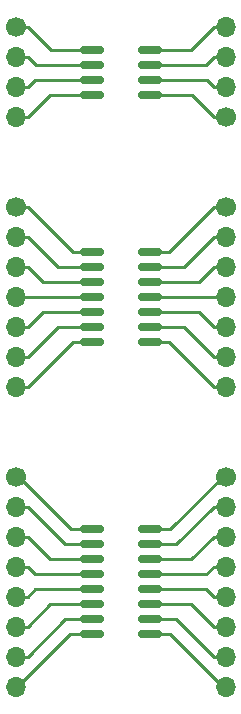
<source format=gbr>
%TF.GenerationSoftware,KiCad,Pcbnew,(6.0.5)*%
%TF.CreationDate,2022-06-25T15:42:17-04:00*%
%TF.ProjectId,Breakout_Converter,42726561-6b6f-4757-945f-436f6e766572,rev?*%
%TF.SameCoordinates,Original*%
%TF.FileFunction,Copper,L1,Top*%
%TF.FilePolarity,Positive*%
%FSLAX46Y46*%
G04 Gerber Fmt 4.6, Leading zero omitted, Abs format (unit mm)*
G04 Created by KiCad (PCBNEW (6.0.5)) date 2022-06-25 15:42:17*
%MOMM*%
%LPD*%
G01*
G04 APERTURE LIST*
G04 Aperture macros list*
%AMRoundRect*
0 Rectangle with rounded corners*
0 $1 Rounding radius*
0 $2 $3 $4 $5 $6 $7 $8 $9 X,Y pos of 4 corners*
0 Add a 4 corners polygon primitive as box body*
4,1,4,$2,$3,$4,$5,$6,$7,$8,$9,$2,$3,0*
0 Add four circle primitives for the rounded corners*
1,1,$1+$1,$2,$3*
1,1,$1+$1,$4,$5*
1,1,$1+$1,$6,$7*
1,1,$1+$1,$8,$9*
0 Add four rect primitives between the rounded corners*
20,1,$1+$1,$2,$3,$4,$5,0*
20,1,$1+$1,$4,$5,$6,$7,0*
20,1,$1+$1,$6,$7,$8,$9,0*
20,1,$1+$1,$8,$9,$2,$3,0*%
G04 Aperture macros list end*
%TA.AperFunction,ComponentPad*%
%ADD10O,1.700000X1.700000*%
%TD*%
%TA.AperFunction,ComponentPad*%
%ADD11C,1.700000*%
%TD*%
%TA.AperFunction,SMDPad,CuDef*%
%ADD12RoundRect,0.150000X-0.825000X-0.150000X0.825000X-0.150000X0.825000X0.150000X-0.825000X0.150000X0*%
%TD*%
%TA.AperFunction,Conductor*%
%ADD13C,0.250000*%
%TD*%
G04 APERTURE END LIST*
D10*
%TO.P,J3,7,Pin_7*%
%TO.N,Net-(U4-Pad22)*%
X133350000Y-81280000D03*
%TO.P,J3,6,Pin_6*%
%TO.N,Net-(U4-Pad23)*%
X133350000Y-78740000D03*
%TO.P,J3,5,Pin_5*%
%TO.N,Net-(U4-Pad24)*%
X133350000Y-76200000D03*
%TO.P,J3,4,Pin_4*%
%TO.N,Net-(U4-Pad25)*%
X133350000Y-73660000D03*
%TO.P,J3,3,Pin_3*%
%TO.N,Net-(U4-Pad26)*%
X133350000Y-71120000D03*
%TO.P,J3,2,Pin_2*%
%TO.N,Net-(U4-Pad27)*%
X133350000Y-68580000D03*
D11*
%TO.P,J3,1,Pin_1*%
%TO.N,Net-(U4-Pad28)*%
X133350000Y-66040000D03*
%TD*%
D12*
%TO.P,U3,1,P1*%
%TO.N,Net-(U4-Pad21)*%
X139765000Y-93330000D03*
%TO.P,U3,2,P2*%
%TO.N,Net-(U4-Pad20)*%
X139765000Y-94600000D03*
%TO.P,U3,3,P3*%
%TO.N,Net-(U4-Pad19)*%
X139765000Y-95870000D03*
%TO.P,U3,4,P4*%
%TO.N,Net-(U4-Pad18)*%
X139765000Y-97140000D03*
%TO.P,U3,5,P5*%
%TO.N,Net-(U4-Pad17)*%
X139765000Y-98410000D03*
%TO.P,U3,6,P6*%
%TO.N,Net-(J5-Pad6)*%
X139765000Y-99680000D03*
%TO.P,U3,7,P7*%
%TO.N,Net-(J5-Pad7)*%
X139765000Y-100950000D03*
%TO.P,U3,8,P8*%
%TO.N,Net-(J5-Pad8)*%
X139765000Y-102220000D03*
%TO.P,U3,9,P9*%
%TO.N,Net-(J6-Pad8)*%
X144715000Y-102220000D03*
%TO.P,U3,10,P10*%
%TO.N,Net-(J6-Pad7)*%
X144715000Y-100950000D03*
%TO.P,U3,11,P11*%
%TO.N,Net-(J6-Pad6)*%
X144715000Y-99680000D03*
%TO.P,U3,12,P12*%
%TO.N,Net-(U4-Pad16)*%
X144715000Y-98410000D03*
%TO.P,U3,13,P13*%
%TO.N,Net-(U4-Pad15)*%
X144715000Y-97140000D03*
%TO.P,U3,14,P14*%
%TO.N,Net-(U4-Pad14)*%
X144715000Y-95870000D03*
%TO.P,U3,15,P15*%
%TO.N,Net-(U4-Pad13)*%
X144715000Y-94600000D03*
%TO.P,U3,16,P16*%
%TO.N,Net-(U4-Pad12)*%
X144715000Y-93330000D03*
%TD*%
%TO.P,U2,1,P1*%
%TO.N,Net-(U4-Pad28)*%
X139765000Y-69850000D03*
%TO.P,U2,2,P2*%
%TO.N,Net-(U4-Pad27)*%
X139765000Y-71120000D03*
%TO.P,U2,3,P3*%
%TO.N,Net-(U4-Pad26)*%
X139765000Y-72390000D03*
%TO.P,U2,4,P4*%
%TO.N,Net-(U4-Pad25)*%
X139765000Y-73660000D03*
%TO.P,U2,5,P5*%
%TO.N,Net-(U4-Pad24)*%
X139765000Y-74930000D03*
%TO.P,U2,6,P6*%
%TO.N,Net-(U4-Pad23)*%
X139765000Y-76200000D03*
%TO.P,U2,7,P7*%
%TO.N,Net-(U4-Pad22)*%
X139765000Y-77470000D03*
%TO.P,U2,8,P8*%
%TO.N,Net-(U4-Pad11)*%
X144715000Y-77470000D03*
%TO.P,U2,9,P9*%
%TO.N,Net-(U4-Pad10)*%
X144715000Y-76200000D03*
%TO.P,U2,10,P10*%
%TO.N,Net-(U4-Pad9)*%
X144715000Y-74930000D03*
%TO.P,U2,11,P11*%
%TO.N,Net-(U4-Pad8)*%
X144715000Y-73660000D03*
%TO.P,U2,12,P12*%
%TO.N,Net-(U4-Pad7)*%
X144715000Y-72390000D03*
%TO.P,U2,13,P13*%
%TO.N,Net-(U4-Pad6)*%
X144715000Y-71120000D03*
%TO.P,U2,14,P14*%
%TO.N,Net-(U4-Pad5)*%
X144715000Y-69850000D03*
%TD*%
D11*
%TO.P,J2,1,Pin_1*%
%TO.N,Net-(U4-Pad4)*%
X151130000Y-58419624D03*
D10*
%TO.P,J2,2,Pin_2*%
%TO.N,Net-(U4-Pad3)*%
X151130000Y-55879632D03*
%TO.P,J2,3,Pin_3*%
%TO.N,Net-(U4-Pad2)*%
X151130000Y-53339632D03*
%TO.P,J2,4,Pin_4*%
%TO.N,Net-(U4-Pad1)*%
X151130000Y-50799632D03*
%TD*%
D12*
%TO.P,U1,1,P1*%
%TO.N,Net-(U4-Pad32)*%
X139765000Y-52734643D03*
%TO.P,U1,2,P2*%
%TO.N,Net-(U4-Pad31)*%
X139765000Y-54004643D03*
%TO.P,U1,3,P3*%
%TO.N,Net-(U4-Pad30)*%
X139765000Y-55274643D03*
%TO.P,U1,4,P4*%
%TO.N,Net-(U4-Pad29)*%
X139765000Y-56544643D03*
%TO.P,U1,5,P5*%
%TO.N,Net-(U4-Pad4)*%
X144715000Y-56544643D03*
%TO.P,U1,6,P6*%
%TO.N,Net-(U4-Pad3)*%
X144715000Y-55274643D03*
%TO.P,U1,7,P7*%
%TO.N,Net-(U4-Pad2)*%
X144715000Y-54004643D03*
%TO.P,U1,8,P8*%
%TO.N,Net-(U4-Pad1)*%
X144715000Y-52734643D03*
%TD*%
D10*
%TO.P,J1,4,Pin_4*%
%TO.N,Net-(U4-Pad29)*%
X133350000Y-58419496D03*
%TO.P,J1,3,Pin_3*%
%TO.N,Net-(U4-Pad30)*%
X133350000Y-55879496D03*
%TO.P,J1,2,Pin_2*%
%TO.N,Net-(U4-Pad31)*%
X133350000Y-53339496D03*
D11*
%TO.P,J1,1,Pin_1*%
%TO.N,Net-(U4-Pad32)*%
X133350000Y-50799504D03*
%TD*%
D10*
%TO.P,J6,8,Pin_8*%
%TO.N,Net-(J6-Pad8)*%
X151130000Y-106680000D03*
%TO.P,J6,7,Pin_7*%
%TO.N,Net-(J6-Pad7)*%
X151130000Y-104140000D03*
%TO.P,J6,6,Pin_6*%
%TO.N,Net-(J6-Pad6)*%
X151130000Y-101600000D03*
%TO.P,J6,5,Pin_5*%
%TO.N,Net-(U4-Pad16)*%
X151130000Y-99060000D03*
%TO.P,J6,4,Pin_4*%
%TO.N,Net-(U4-Pad15)*%
X151130000Y-96520000D03*
%TO.P,J6,3,Pin_3*%
%TO.N,Net-(U4-Pad14)*%
X151130000Y-93980000D03*
%TO.P,J6,2,Pin_2*%
%TO.N,Net-(U4-Pad13)*%
X151130000Y-91440000D03*
D11*
%TO.P,J6,1,Pin_1*%
%TO.N,Net-(U4-Pad12)*%
X151130000Y-88900000D03*
%TD*%
D10*
%TO.P,J5,8,Pin_8*%
%TO.N,Net-(J5-Pad8)*%
X133350000Y-106680000D03*
%TO.P,J5,7,Pin_7*%
%TO.N,Net-(J5-Pad7)*%
X133350000Y-104140000D03*
%TO.P,J5,6,Pin_6*%
%TO.N,Net-(J5-Pad6)*%
X133350000Y-101600000D03*
%TO.P,J5,5,Pin_5*%
%TO.N,Net-(U4-Pad17)*%
X133350000Y-99060000D03*
%TO.P,J5,4,Pin_4*%
%TO.N,Net-(U4-Pad18)*%
X133350000Y-96520000D03*
%TO.P,J5,3,Pin_3*%
%TO.N,Net-(U4-Pad19)*%
X133350000Y-93980000D03*
%TO.P,J5,2,Pin_2*%
%TO.N,Net-(U4-Pad20)*%
X133350000Y-91440000D03*
D11*
%TO.P,J5,1,Pin_1*%
%TO.N,Net-(U4-Pad21)*%
X133350000Y-88900000D03*
%TD*%
D10*
%TO.P,J4,7,Pin_7*%
%TO.N,Net-(U4-Pad11)*%
X151130000Y-81280000D03*
%TO.P,J4,6,Pin_6*%
%TO.N,Net-(U4-Pad10)*%
X151130000Y-78740000D03*
%TO.P,J4,5,Pin_5*%
%TO.N,Net-(U4-Pad9)*%
X151130000Y-76200000D03*
%TO.P,J4,4,Pin_4*%
%TO.N,Net-(U4-Pad8)*%
X151130000Y-73660000D03*
%TO.P,J4,3,Pin_3*%
%TO.N,Net-(U4-Pad7)*%
X151130000Y-71120000D03*
%TO.P,J4,2,Pin_2*%
%TO.N,Net-(U4-Pad6)*%
X151130000Y-68580000D03*
D11*
%TO.P,J4,1,Pin_1*%
%TO.N,Net-(U4-Pad5)*%
X151130000Y-66040000D03*
%TD*%
D13*
%TO.N,Net-(U4-Pad12)*%
X150876000Y-88900000D02*
X151384000Y-88900000D01*
X144715000Y-93330000D02*
X146446000Y-93330000D01*
X146446000Y-93330000D02*
X150876000Y-88900000D01*
%TO.N,Net-(U4-Pad13)*%
X146954000Y-94600000D02*
X150114000Y-91440000D01*
X144715000Y-94600000D02*
X146954000Y-94600000D01*
X150114000Y-91440000D02*
X151384000Y-91440000D01*
%TO.N,Net-(U4-Pad14)*%
X148224000Y-95870000D02*
X150114000Y-93980000D01*
X150114000Y-93980000D02*
X151384000Y-93980000D01*
X144715000Y-95870000D02*
X148224000Y-95870000D01*
%TO.N,Net-(U4-Pad15)*%
X149494000Y-97140000D02*
X150114000Y-96520000D01*
X144715000Y-97140000D02*
X149494000Y-97140000D01*
X150114000Y-96520000D02*
X151384000Y-96520000D01*
%TO.N,Net-(U4-Pad16)*%
X150114000Y-99060000D02*
X151384000Y-99060000D01*
X149464000Y-98410000D02*
X150114000Y-99060000D01*
X144715000Y-98410000D02*
X149464000Y-98410000D01*
%TO.N,Net-(J6-Pad6)*%
X148194000Y-99680000D02*
X150114000Y-101600000D01*
X144715000Y-99680000D02*
X148194000Y-99680000D01*
X150114000Y-101600000D02*
X151384000Y-101600000D01*
%TO.N,Net-(J6-Pad7)*%
X150114000Y-104140000D02*
X151384000Y-104140000D01*
X146924000Y-100950000D02*
X150114000Y-104140000D01*
X144715000Y-100950000D02*
X146924000Y-100950000D01*
%TO.N,Net-(J6-Pad8)*%
X150876000Y-106680000D02*
X151384000Y-106680000D01*
X146416000Y-102220000D02*
X150876000Y-106680000D01*
X144715000Y-102220000D02*
X146416000Y-102220000D01*
%TO.N,Net-(U4-Pad21)*%
X133604000Y-88900000D02*
X133096000Y-88900000D01*
X138034000Y-93330000D02*
X133604000Y-88900000D01*
X139765000Y-93330000D02*
X138034000Y-93330000D01*
%TO.N,Net-(U4-Pad20)*%
X134366000Y-91440000D02*
X133096000Y-91440000D01*
X137526000Y-94600000D02*
X134366000Y-91440000D01*
X139765000Y-94600000D02*
X137526000Y-94600000D01*
%TO.N,Net-(U4-Pad19)*%
X134366000Y-93980000D02*
X133096000Y-93980000D01*
X139765000Y-95870000D02*
X136256000Y-95870000D01*
X136256000Y-95870000D02*
X134366000Y-93980000D01*
%TO.N,Net-(J5-Pad8)*%
X137937000Y-102220000D02*
X133477000Y-106680000D01*
X139765000Y-102220000D02*
X137937000Y-102220000D01*
%TO.N,Net-(J5-Pad7)*%
X137556000Y-100950000D02*
X134366000Y-104140000D01*
X139765000Y-100950000D02*
X137556000Y-100950000D01*
X134366000Y-104140000D02*
X133096000Y-104140000D01*
%TO.N,Net-(J5-Pad6)*%
X136286000Y-99680000D02*
X134366000Y-101600000D01*
X139765000Y-99680000D02*
X136286000Y-99680000D01*
X134366000Y-101600000D02*
X133096000Y-101600000D01*
%TO.N,Net-(U4-Pad17)*%
X135016000Y-98410000D02*
X134366000Y-99060000D01*
X134366000Y-99060000D02*
X133096000Y-99060000D01*
X139765000Y-98410000D02*
X135016000Y-98410000D01*
%TO.N,Net-(U4-Pad18)*%
X134366000Y-96520000D02*
X133096000Y-96520000D01*
X134986000Y-97140000D02*
X134366000Y-96520000D01*
X139765000Y-97140000D02*
X134986000Y-97140000D01*
%TO.N,Net-(U4-Pad22)*%
X134366000Y-81280000D02*
X133096000Y-81280000D01*
X138176000Y-77470000D02*
X134366000Y-81280000D01*
X139765000Y-77470000D02*
X138176000Y-77470000D01*
%TO.N,Net-(U4-Pad23)*%
X134366000Y-78740000D02*
X133096000Y-78740000D01*
X136906000Y-76200000D02*
X134366000Y-78740000D01*
X139765000Y-76200000D02*
X136906000Y-76200000D01*
%TO.N,Net-(U4-Pad24)*%
X134366000Y-76200000D02*
X133096000Y-76200000D01*
X135636000Y-74930000D02*
X134366000Y-76200000D01*
X139765000Y-74930000D02*
X135636000Y-74930000D01*
%TO.N,Net-(U4-Pad26)*%
X134366000Y-71120000D02*
X133096000Y-71120000D01*
X139765000Y-72390000D02*
X135636000Y-72390000D01*
X135636000Y-72390000D02*
X134366000Y-71120000D01*
%TO.N,Net-(U4-Pad27)*%
X136906000Y-71120000D02*
X134366000Y-68580000D01*
X139765000Y-71120000D02*
X136906000Y-71120000D01*
X134366000Y-68580000D02*
X133096000Y-68580000D01*
%TO.N,Net-(U4-Pad28)*%
X134366000Y-66040000D02*
X133350000Y-66040000D01*
X138176000Y-69850000D02*
X134366000Y-66040000D01*
X139765000Y-69850000D02*
X138176000Y-69850000D01*
%TO.N,Net-(U4-Pad11)*%
X150114000Y-81280000D02*
X151384000Y-81280000D01*
X146304000Y-77470000D02*
X150114000Y-81280000D01*
X144715000Y-77470000D02*
X146304000Y-77470000D01*
%TO.N,Net-(U4-Pad10)*%
X150114000Y-78740000D02*
X151384000Y-78740000D01*
X147574000Y-76200000D02*
X150114000Y-78740000D01*
X144715000Y-76200000D02*
X147574000Y-76200000D01*
%TO.N,Net-(U4-Pad9)*%
X150114000Y-76200000D02*
X151384000Y-76200000D01*
X148844000Y-74930000D02*
X150114000Y-76200000D01*
X144715000Y-74930000D02*
X148844000Y-74930000D01*
%TO.N,Net-(U4-Pad7)*%
X150114000Y-71120000D02*
X151384000Y-71120000D01*
X148844000Y-72390000D02*
X150114000Y-71120000D01*
X144715000Y-72390000D02*
X148844000Y-72390000D01*
%TO.N,Net-(U4-Pad6)*%
X150114000Y-68580000D02*
X151384000Y-68580000D01*
X147574000Y-71120000D02*
X150114000Y-68580000D01*
X144715000Y-71120000D02*
X147574000Y-71120000D01*
%TO.N,Net-(U4-Pad5)*%
X150114000Y-66040000D02*
X151384000Y-66040000D01*
X146304000Y-69850000D02*
X150114000Y-66040000D01*
X144715000Y-69850000D02*
X146304000Y-69850000D01*
%TO.N,Net-(U4-Pad1)*%
X150114368Y-50799632D02*
X151384368Y-50799632D01*
X144715000Y-52734643D02*
X148179357Y-52734643D01*
X148179357Y-52734643D02*
X150114368Y-50799632D01*
%TO.N,Net-(U4-Pad2)*%
X149449357Y-54004643D02*
X150114368Y-53339632D01*
X144715000Y-54004643D02*
X149449357Y-54004643D01*
X150114368Y-53339632D02*
X151384368Y-53339632D01*
%TO.N,Net-(U4-Pad3)*%
X144715000Y-55274643D02*
X149508643Y-55274643D01*
X149508643Y-55274643D02*
X150113632Y-55879632D01*
X150113632Y-55879632D02*
X151383632Y-55879632D01*
%TO.N,Net-(U4-Pad4)*%
X150113624Y-58419624D02*
X151383624Y-58419624D01*
X148238643Y-56544643D02*
X150113624Y-58419624D01*
X144715000Y-56544643D02*
X148238643Y-56544643D01*
%TO.N,Net-(U4-Pad32)*%
X134365640Y-50799640D02*
X133095640Y-50799640D01*
X136300643Y-52734643D02*
X134365640Y-50799640D01*
X139765000Y-52734643D02*
X136300643Y-52734643D01*
%TO.N,Net-(U4-Pad31)*%
X134365632Y-53339632D02*
X133095816Y-53339632D01*
X135030643Y-54004643D02*
X134365632Y-53339632D01*
X139765000Y-54004643D02*
X135030643Y-54004643D01*
%TO.N,Net-(U4-Pad29)*%
X134366368Y-58419632D02*
X133096368Y-58419632D01*
X139765000Y-56544643D02*
X136241357Y-56544643D01*
X136241357Y-56544643D02*
X134366368Y-58419632D01*
%TO.N,Net-(U4-Pad30)*%
X134365632Y-55879632D02*
X133096368Y-55879632D01*
X134366000Y-55880000D02*
X134365632Y-55879632D01*
X134971357Y-55274643D02*
X134366000Y-55880000D01*
X139765000Y-55274643D02*
X134971357Y-55274643D01*
%TO.N,Net-(U4-Pad8)*%
X144715000Y-73660000D02*
X151130000Y-73660000D01*
%TO.N,Net-(U4-Pad25)*%
X139765000Y-73660000D02*
X133350000Y-73660000D01*
%TD*%
M02*

</source>
